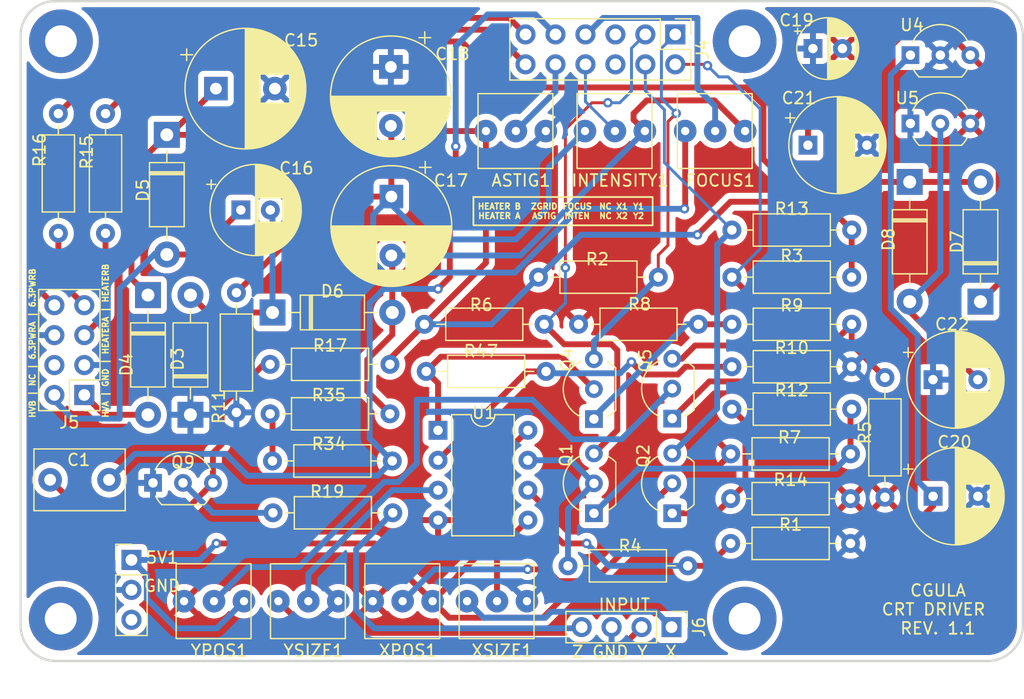
<source format=kicad_pcb>
(kicad_pcb (version 20211014) (generator pcbnew)
  (layers (0 "F.Cu" signal) (31 "B.Cu" signal) (34 "B.Paste" user) (35 "F.Paste" user) (36 "B.SilkS" user "B.Silkscreen") (37 "F.SilkS" user "F.Silkscreen") (38 "B.Mask" user) (39 "F.Mask" user) (44 "Edge.Cuts" user))
  (net 0 "")
  (net 1 "6.3V OPAMP A")
  (net 2 "+HV")
  (net 3 "Net-(C16-Pad2)")
  (net 4 "Net-(C1-Pad1)")
  (net 5 "-HV")
  (net 6 "-5V")
  (net 7 "+5V")
  (net 8 "Net-(C17-Pad1)")
  (net 9 "Net-(C21-Pad1)")
  (net 10 "Net-(Q1-Pad1)")
  (net 11 "Net-(Q1-Pad2)")
  (net 12 "Net-(Q2-Pad1)")
  (net 13 "Net-(Q2-Pad2)")
  (net 14 "Net-(Q4-Pad1)")
  (net 15 "Net-(Q4-Pad2)")
  (net 16 "Net-(Q5-Pad1)")
  (net 17 "Net-(Q5-Pad2)")
  (net 18 "Net-(Q9-Pad2)")
  (net 19 "Net-(R1-Pad2)")
  (net 20 "Net-(R10-Pad2)")
  (net 21 "Net-(R34-Pad1)")
  (net 22 "Z GRID")
  (net 23 "Y1")
  (net 24 "Y2")
  (net 25 "FOCUS")
  (net 26 "INTENSITY")
  (net 27 "X1")
  (net 28 "X2")
  (net 29 "ASTIG")
  (net 32 "Net-(C22-Pad2)")
  (net 33 "HV B")
  (net 34 "HV A")
  (net 36 "X IN")
  (net 37 "Y IN")
  (net 38 "Z IN")
  (net 39 "Net-(U1-Pad3)")
  (net 40 "Net-(U1-Pad5)")
  (net 41 "HEATER A")
  (net 42 "HEATER B")
  (net 44 "6.3V OPAMP B")
  (net 45 "6.3V HEATER A")
  (net 46 "6.3V HEATER B")
  (footprint "footprints:Trimmer" (layer "F.Cu") (at 148.54 120.5)
    (fp_text reference "XSIZE1")
    (fp_text value "X SIZE")
  )
  (footprint "footprints:Trimmer" (layer "F.Cu") (at 140.54 120.5)
    (fp_text reference "XPOS1")
    (fp_text value "X POS")
  )
  (footprint "Diode_THT:D_DO-41_SOD81_P10.16mm_Horizontal" (layer "F.Cu") (at 126.96 96)
    (fp_text reference "D6")
    (fp_text value "1N4007")
  )
  (footprint "Capacitor_THT:CP_Radial_D8.0mm_P3.80mm" (layer "F.Cu") (at 182.978792 101.7)
    (fp_text reference "C22")
    (fp_text value "470uF")
  )
  (footprint "Connector_PinHeader_2.54mm:PinHeader_2x06_P2.54mm_Vertical" (layer "F.Cu") (at 161.12 72.4 -90)
    (fp_text reference "J4")
    (fp_text value "CRT")
  )
  (footprint "Diode_THT:D_DO-41_SOD81_P10.16mm_Horizontal" (layer "F.Cu") (at 181 84.92 -90)
    (fp_text reference "D8")
    (fp_text value "1N4004")
  )
  (footprint "Capacitor_THT:CP_Radial_D5.0mm_P2.50mm" (layer "F.Cu") (at 172.794888 73.6)
    (fp_text reference "C19")
    (fp_text value "100uF")
  )
  (footprint "Capacitor_THT:CP_Radial_D8.0mm_P3.80mm" (layer "F.Cu") (at 182.986745 111.6)
    (fp_text reference "C20")
    (fp_text value "470uF")
  )
  (footprint "Resistor_THT:R_Axial_DIN0207_L6.3mm_D2.5mm_P10.16mm_Horizontal" (layer "F.Cu") (at 108.8 79.12 -90)
    (fp_text reference "R16")
    (fp_text value "0R")
  )
  (footprint "Resistor_THT:R_Axial_DIN0207_L6.3mm_D2.5mm_P10.16mm_Horizontal" (layer "F.Cu") (at 176.08 100.6 180)
    (fp_text reference "R10")
    (fp_text value "10K")
  )
  (footprint "Resistor_THT:R_Axial_DIN0207_L6.3mm_D2.5mm_P10.16mm_Horizontal" (layer "F.Cu") (at 175.98 111.8 180)
    (fp_text reference "R14")
    (fp_text value "4.7K")
  )
  (footprint "Resistor_THT:R_Axial_DIN0207_L6.3mm_D2.5mm_P10.16mm_Horizontal" (layer "F.Cu") (at 159.68 93 180)
    (fp_text reference "R2")
    (fp_text value "56K")
  )
  (footprint "Resistor_THT:R_Axial_DIN0207_L6.3mm_D2.5mm_P10.16mm_Horizontal" (layer "F.Cu") (at 176.08 104.2 180)
    (fp_text reference "R12")
    (fp_text value "1K")
  )
  (footprint "Resistor_THT:R_Axial_DIN0207_L6.3mm_D2.5mm_P10.16mm_Horizontal" (layer "F.Cu") (at 150 97 180)
    (fp_text reference "R6")
    (fp_text value "56K")
  )
  (footprint "Package_TO_SOT_THT:TO-92_Inline_Wide" (layer "F.Cu") (at 116.83 110.46)
    (fp_text reference "Q9")
    (fp_text value "ZTX458")
  )
  (footprint "MountingHole:MountingHole_2.7mm_Pad" (layer "F.Cu") (at 167 72.979)
    (fp_text reference "H2" hide)
    (fp_text value "MountingHole")
  )
  (footprint "Package_TO_SOT_THT:TO-92_Inline_Wide" (layer "F.Cu") (at 160.86 105 90)
    (fp_text reference "Q5")
    (fp_text value "ZTX458")
  )
  (footprint "Capacitor_THT:C_Disc_D7.5mm_W5.0mm_P5.00mm" (layer "F.Cu") (at 108.1 110.2)
    (fp_text reference "C1")
    (fp_text value "0.001uF")
  )
  (footprint "Package_TO_SOT_THT:TO-92_Inline_Wide" (layer "F.Cu") (at 160.86 113.04 90)
    (fp_text reference "Q2")
    (fp_text value "ZTX458")
  )
  (footprint "Package_TO_SOT_THT:TO-92_Inline_Wide" (layer "F.Cu") (at 154.22 113.04 90)
    (fp_text reference "Q1")
    (fp_text value "ZTX458")
  )
  (footprint "Resistor_THT:R_Axial_DIN0207_L6.3mm_D2.5mm_P10.16mm_Horizontal" (layer "F.Cu") (at 178.9 111.68 90)
    (fp_text reference "R5")
    (fp_text value "4.7K")
  )
  (footprint "footprints:Trimmer" (layer "F.Cu") (at 167.04 80.6)
    (fp_text reference "FOCUS1")
    (fp_text value "1M")
  )
  (footprint "Diode_THT:D_DO-41_SOD81_P10.16mm_Horizontal" (layer "F.Cu") (at 187 95.08 90)
    (fp_text reference "D7")
    (fp_text value "1N4004")
  )
  (footprint "Resistor_THT:R_Axial_DIN0207_L6.3mm_D2.5mm_P10.16mm_Horizontal" (layer "F.Cu") (at 175.98 115.6 180)
    (fp_text reference "R1")
    (fp_text value "10K")
  )
  (footprint "Resistor_THT:R_Axial_DIN0207_L6.3mm_D2.5mm_P10.16mm_Horizontal" (layer "F.Cu") (at 126.96 108.6)
    (fp_text reference "R34")
    (fp_text value "47K")
  )
  (footprint "footprints:Trimmer" (layer "F.Cu") (at 150.14 80.6)
    (fp_text reference "ASTIG1")
    (fp_text value "1M")
  )
  (footprint "MountingHole:MountingHole_2.7mm_Pad" (layer "F.Cu") (at 109 72.979)
    (fp_text reference "H1" hide)
    (fp_text value "MountingHole")
  )
  (footprint "Resistor_THT:R_Axial_DIN0207_L6.3mm_D2.5mm_P10.16mm_Horizontal" (layer "F.Cu") (at 165.92 97)
    (fp_text reference "R9")
    (fp_text value "1K")
  )
  (footprint "footprints:Trimmer" (layer "F.Cu") (at 158.54 80.6)
    (fp_text reference "INTENSITY1")
    (fp_text value "1M")
  )
  (footprint "Resistor_THT:R_Axial_DIN0207_L6.3mm_D2.5mm_P10.16mm_Horizontal" (layer "F.Cu") (at 123.9 94.32 -90)
    (fp_text reference "R11")
    (fp_text value "470K")
  )
  (footprint "Package_TO_SOT_THT:TO-92_Inline_Wide" (layer "F.Cu") (at 181.06 74.16)
    (fp_text reference "U4")
    (fp_text value "L78L05_TO92")
  )
  (footprint "Capacitor_THT:CP_Radial_D10.0mm_P5.00mm" (layer "F.Cu") (at 137 75.155553 -90)
    (fp_text reference "C18")
    (fp_text value "2.2uF 450V")
  )
  (footprint "Connector_PinHeader_2.54mm:PinHeader_1x03_P2.54mm_Vertical" (layer "F.Cu") (at 115 117)
    (fp_text reference "5V1")
    (fp_text value "Conn_01x03_Male")
  )
  (footprint "Resistor_THT:R_Axial_DIN0207_L6.3mm_D2.5mm_P10.16mm_Horizontal" (layer "F.Cu") (at 140 101)
    (fp_text reference "R47")
    (fp_text value "47K")
  )
  (footprint "Package_DIP:DIP-8_W7.62mm" (layer "F.Cu") (at 141 106)
    (fp_text reference "U1")
    (fp_text value "TL082")
  )
  (footprint "Capacitor_THT:CP_Radial_D7.5mm_P2.50mm" (layer "F.Cu") (at 124.278606 87.3)
    (fp_text reference "C16")
    (fp_text value "1uF 450V")
  )
  (footprint "MountingHole:MountingHole_2.7mm_Pad" (layer "F.Cu") (at 167 121.979)
    (fp_text reference "H4" hide)
    (fp_text value "MountingHole")
  )
  (footprint "Diode_THT:D_DO-41_SOD81_P10.16mm_Horizontal" (layer "F.Cu") (at 118 80.92 -90)
    (fp_text reference "D5")
    (fp_text value "1N4007")
  )
  (footprint "Connector_PinHeader_2.54mm:PinHeader_1x04_P2.54mm_Vertical" (layer "F.Cu") (at 160.8 122.7 -90)
    (fp_text reference "J6")
    (fp_text value "XYZ SIGNAL IN")
  )
  (footprint "Resistor_THT:R_Axial_DIN0207_L6.3mm_D2.5mm_P10.16mm_Horizontal" (layer "F.Cu") (at 165.92 89)
    (fp_text reference "R13")
    (fp_text value "56K")
  )
  (footprint "Package_TO_SOT_THT:TO-92_Inline_Wide" (layer "F.Cu") (at 154.22 105.04 90)
    (fp_text reference "Q4")
    (fp_text value "ZTX458")
  )
  (footprint "Resistor_THT:R_Axial_DIN0207_L6.3mm_D2.5mm_P10.16mm_Horizontal" (layer "F.Cu") (at 152.02 117.5)
    (fp_text reference "R4")
    (fp_text value "47K")
  )
  (footprint "Capacitor_THT:CP_Radial_D10.0mm_P5.00mm" (layer "F.Cu") (at 122.161615 77)
    (fp_text reference "C15")
    (fp_text value "10uF 450V")
  )
  (footprint "footprints:Trimmer" (layer "F.Cu") (at 124.54 120.5)
    (fp_text reference "YPOS1")
    (fp_text value "Y POS")
  )
  (footprint "Resistor_THT:R_Axial_DIN0207_L6.3mm_D2.5mm_P10.16mm_Horizontal" (layer "F.Cu") (at 152.92 97)
    (fp_text reference "R8")
    (fp_text value "4.7K")
  )
  (footprint "Diode_THT:D_DO-41_SOD81_P10.16mm_Horizontal" (layer "F.Cu") (at 116.4 94.52 -90)
    (fp_text reference "D3")
    (fp_text value "1N4007")
  )
  (footprint "Resistor_THT:R_Axial_DIN0207_L6.3mm_D2.5mm_P10.16mm_Horizontal" (layer "F.Cu") (at 165.92 93)
    (fp_text reference "R3")
    (fp_text value "56K")
  )
  (footprint "Resistor_THT:R_Axial_DIN0207_L6.3mm_D2.5mm_P10.16mm_Horizontal" (layer "F.Cu") (at 112.8 79.12 -90)
    (fp_text reference "R15")
    (fp_text value "0R")
  )
  (footprint "Resistor_THT:R_Axial_DIN0207_L6.3mm_D2.5mm_P10.16mm_Horizontal" (layer "F.Cu") (at 165.82 108)
    (fp_text reference "R7")
    (fp_text value "4.7K")
  )
  (footprint "Connector_PinHeader_2.54mm:PinHeader_2x04_P2.54mm_Vertical" (layer "F.Cu") (at 111 103 180)
    (fp_text reference "J5")
    (fp_text value "TRANSFORMER")
  )
  (footprint "Capacitor_THT:CP_Radial_D10.0mm_P5.00mm" (layer "F.Cu") (at 137.04 86.161615 -90)
    (fp_text reference "C17")
    (fp_text value "2.2uF 450V")
  )
  (footprint "footprints:Trimmer" (layer "F.Cu") (at 132.54 120.5)
    (fp_text reference "YSIZE1")
    (fp_text value "Y SIZE")
  )
  (footprint "MountingHole:MountingHole_2.7mm_Pad" (layer "F.Cu") (at 109 121.979)
    (fp_text reference "H3" hide)
    (fp_text value "MountingHole")
  )
  (footprint "Package_TO_SOT_THT:TO-92_Inline_Wide" (layer "F.Cu") (at 181.06 79.96)
    (fp_text reference "U5")
    (fp_text value "L79L05_TO92")
  )
  (footprint "Diode_THT:D_DO-41_SOD81_P10.16mm_Horizontal" (layer "F.Cu") (at 120 104.68 90)
    (fp_text reference "D4")
    (fp_text value "1N4007")
  )
  (footprint "Resistor_THT:R_Axial_DIN0207_L6.3mm_D2.5mm_P10.16mm_Horizontal" (layer "F.Cu") (at 136.92 104.6 180)
    (fp_text reference "R35")
    (fp_text value "0R")
  )
  (footprint "Capacitor_THT:CP_Radial_D8.0mm_P5.00mm" (layer "F.Cu") (at 172.370839 81.8)
    (fp_text reference "C21")
    (fp_text value "1000uF")
  )
  (footprint "Resistor_THT:R_Axial_DIN0207_L6.3mm_D2.5mm_P10.16mm_Horizontal" (layer "F.Cu") (at 127 113)
    (fp_text reference "R19")
    (fp_text value "1K")
  )
  (footprint "Resistor_THT:R_Axial_DIN0207_L6.3mm_D2.5mm_P10.16mm_Horizontal" (layer "F.Cu") (at 126.76 100.4)
    (fp_text reference "R17")
    (fp_text value "1M")
  )
  (gr_rect (start 159.2 88.6) (end 144 86.2) (layer "F.SilkS") (width 0.15) (fill none))
  (gr_arc (start 190.6 122.55736) (mid 189.715076 124.693756) (end 187.57868 125.57868) (layer "Edge.Cuts") (width 0.2))
  (gr_line (start 187.57868 125.57868) (end 108.62132 125.57868) (layer "Edge.Cuts") (width 0.2))
  (gr_line (start 105.6 122.55736) (end 105.6 72.592) (layer "Edge.Cuts") (width 0.2))
  (gr_line (start 190.6 72.6) (end 190.6 122.55736) (layer "Edge.Cuts") (width 0.2))
  (gr_arc (start 105.6 72.592) (mid 106.387581 70.500611) (end 108.42332 69.57868) (layer "Edge.Cuts") (width 0.2))
  (gr_line (start 108.42332 69.57868) (end 187.67868 69.57868) (layer "Edge.Cuts") (width 0.2))
  (gr_arc (start 108.62132 125.57868) (mid 106.484924 124.693756) (end 105.6 122.55736) (layer "Edge.Cuts") (width 0.2))
  (gr_arc (start 187.67868 69.57868) (mid 189.765076 70.484315) (end 190.6 72.6) (layer "Edge.Cuts") (width 0.2))
  (gr_text "FOCUS\nINTEN" (at 152.8 87.4) (layer "F.SilkS") (effects (font (size 0.5 0.5) (thickness 0.125))))
  (gr_text "NC\nNC" (at 155.2 87.4) (layer "F.SilkS") (effects (font (size 0.5 0.5) (thickness 0.125))))
  (gr_text "ZGRID\nASTIG" (at 150 87.4) (layer "F.SilkS") (effects (font (size 0.5 0.5) (thickness 0.125))))
  (gr_text "GND" (at 117.6 119.2) (layer "F.SilkS") (effects (font (size 1 1))))
  (gr_text "INPUT" (at 156.8 120.8) (layer "F.SilkS") (effects (font (size 1 1))))
  (gr_text "HEATER B\nHEATER A" (at 146.2 87.4) (layer "F.SilkS") (effects (font (size 0.5 0.5) (thickness 0.125))))
  (gr_text "HVA | GND | HEATERA | HEATERB" (at 112.8 98.4 90) (layer "F.SilkS") (effects (font (size 0.5 0.5) (thickness 0.125))))
  (gr_text "X1\nX2" (at 156.6 87.4) (layer "F.SilkS") (effects (font (size 0.5 0.5) (thickness 0.125))))
  (gr_text "Y1\nY2" (at 158 87.4) (layer "F.SilkS") (effects (font (size 0.5 0.5) (thickness 0.125))))
  (gr_text "Z GND Y  X" (at 156.8 124.8) (layer "F.SilkS") (effects (font (size 1 1))))
  (gr_text "CGULA\nCRT DRIVER \nREV. 1.1" (at 183.4 121.2) (layer "F.SilkS") (effects (font (size 1 1))))
  (gr_text "HVB | NC | 6.3PWRA | 6.3PWRB" (at 106.6 98.6 90) (layer "F.SilkS") (effects (font (size 0.5 0.5) (thickness 0.125))))
  (segment (start 136.92 99.92) (end 139.84 97) (width 0.5) (layer "F.Cu") (net 2))
  (segment (start 139 78) (end 141.6 80.6) (width 0.5) (layer "F.Cu") (net 2))
  (segment (start 139.84 97) (end 143.84 93) (width 0.5) (layer "F.Cu") (net 2))
  (segment (start 165.8 86.6) (end 163 89.4) (width 0.5) (layer "F.Cu") (net 2))
  (segment (start 136 78) (end 139 78) (width 0.5) (layer "F.Cu") (net 2))
  (segment (start 136.92 100.4) (end 136.92 99.92) (width 0.5) (layer "F.Cu") (net 2))
  (segment (start 176.08 89) (end 173.68 86.6) (width 0.5) (layer "F.Cu") (net 2))
  (segment (start 118 80.92) (end 115 83.92) (width 0.5) (layer "F.Cu") (net 2))
  (segment (start 115 83.92) (end 115 93.12) (width 0.5) (layer "F.Cu") (net 2))
  (segment (start 115 93.12) (end 116.4 94.52) (width 0.5) (layer "F.Cu") (net 2))
  (segment (start 118.241615 80.92) (end 122.161615 77) (width 0.5) (layer "F.Cu") (net 2))
  (segment (start 118 80.92) (end 118.241615 80.92) (width 0.5) (layer "F.Cu") (net 2))
  (segment (start 133.08 80.92) (end 136 78) (width 0.5) (layer "F.Cu") (net 2))
  (segment (start 145.06 91.78) (end 145.06 80.6) (width 0.5) (layer "F.Cu") (net 2))
  (segment (start 118 80.92) (end 133.08 80.92) (width 0.5) (layer "F.Cu") (net 2))
  (segment (start 176.08 89) (end 176.08 93) (width 0.5) (layer "F.Cu") (net 2))
  (segment (start 143.84 93) (end 145.06 91.78) (width 0.5) (layer "F.Cu") (net 2))
  (segment (start 173.4 86.6) (end 165.8 86.6) (width 0.5) (layer "F.Cu") (net 2))
  (segment (start 173.68 86.6) (end 173.4 86.6) (width 0.5) (layer "F.Cu") (net 2))
  (segment (start 141.6 80.6) (end 145.06 80.6) (width 0.5) (layer "F.Cu") (net 2))
  (via (at 163 89.4) (size 0.8) (drill 0.4) (layers "F.Cu" "B.Cu") (net 2))
  (segment (start 149.52 93) (end 145.52 97) (width 0.5) (layer "B.Cu") (net 2))
  (segment (start 153.12 89.4) (end 149.52 93) (width 0.5) (layer "B.Cu") (net 2))
  (segment (start 145.52 97) (end 139.84 97) (width 0.5) (layer "B.Cu") (net 2))
  (segment (start 163 89.4) (end 153.12 89.4) (width 0.5) (layer "B.Cu") (net 2))
  (segment (start 121.48 96) (end 126.96 96) (width 0.5) (layer "F.Cu") (net 3))
  (segment (start 120 94.52) (end 121.48 96) (width 0.5) (layer "F.Cu") (net 3))
  (segment (start 126.96 87.481394) (end 126.778606 87.3) (width 0.5) (layer "B.Cu") (net 3))
  (segment (start 126.96 96) (end 126.96 87.481394) (width 0.5) (layer "B.Cu") (net 3))
  (segment (start 110.9 113) (end 119.37 113) (width 0.5) (layer "F.Cu") (net 4))
  (segment (start 122.65 107.18) (end 121.91 107.92) (width 0.5) (layer "F.Cu") (net 4))
  (segment (start 126.212233 100.4) (end 126.76 100.4) (width 0.5) (layer "F.Cu") (net 4))
  (segment (start 122.65 103.962233) (end 126.212233 100.4) (width 0.5) (layer "F.Cu") (net 4))
  (segment (start 121.91 107.92) (end 121.91 110.46) (width 0.5) (layer "F.Cu") (net 4))
  (segment (start 119.37 113) (end 121.91 110.46) (width 0.5) (layer "F.Cu") (net 4))
  (segment (start 122.65 107.18) (end 122.65 103.962233) (width 0.5) (layer "F.Cu") (net 4))
  (segment (start 108.1 110.2) (end 110.9 113) (width 0.5) (layer "F.Cu") (net 4))
  (segment (start 135 102.68) (end 135 100) (width 0.5) (layer "F.Cu") (net 5))
  (segment (start 164.44 78) (end 158.697918 78) (width 0.5) (layer "F.Cu") (net 5))
  (segment (start 137.12 91.241615) (end 137.04 91.161615) (width 0.5) (layer "F.Cu") (net 5))
  (segment (start 157.585001 79.645001) (end 158.54 80.6) (width 0.5) (layer "F.Cu") (net 5))
  (segment (start 136.92 104.6) (end 135 102.68) (width 0.5) (layer "F.Cu") (net 5))
  (segment (start 167.04 80.6) (end 164.44 78) (width 0.5) (layer "F.Cu") (net 5))
  (segment (start 157.585001 79.112917) (end 157.585001 79.645001) (width 0.5) (layer "F.Cu") (net 5))
  (segment (start 158.697918 78) (end 157.585001 79.112917) (width 0.5) (layer "F.Cu") (net 5))
  (segment (start 135 100) (end 137.12 97.88) (width 0.5) (layer "F.Cu") (net 5))
  (segment (start 137.12 97.88) (end 137.12 96) (width 0.5) (layer "F.Cu") (net 5))
  (segment (start 137.12 96) (end 137.12 91.241615) (width 0.5) (layer "F.Cu") (net 5))
  (segment (start 137.04 91.161615) (end 147.978385 91.161615) (width 0.5) (layer "B.Cu") (net 5))
  (segment (start 147.978385 91.161615) (end 158.54 80.6) (width 0.5) (layer "B.Cu") (net 5))
  (segment (start 178.78 111.8) (end 178.9 111.68) (width 0.5) (layer "F.Cu") (net 6))
  (segment (start 146.8 114.2) (end 146.8 107.82) (width 0.5) (layer "F.Cu") (net 7))
  (segment (start 140.54 120.5) (end 141.945 121.905) (width 0.5) (layer "F.Cu") (net 7))
  (segment (start 140.54 120.5) (end 142.64 118.4) (width 0.5) (layer "F.Cu") (net 7))
  (segment (start 139.135 119.095) (end 140.54 120.5) (width 0.5) (layer "F.Cu") (net 7))
  (segment (start 122.2 115.6) (end 135.6 115.6) (width 0.5) (layer "F.Cu") (net 7))
  (segment (start 142.64 118.4) (end 142.64 118.36) (width 0.5) (layer "F.Cu") (net 7))
  (segment (start 182.986745 112.413255) (end 182.986745 111.6) (width 0.5) (layer "F.Cu") (net 7))
  (segment (start 162.8 119.8) (end 164.6 118) (width 0.5) (layer "F.Cu") (net 7))
  (segment (start 146.8 107.82) (end 148.62 106) (width 0.5) (layer "F.Cu") (net 7))
  (segment (start 139.095 119.095) (end 139.135 119.095) (width 0.5) (layer "F.Cu") (net 7))
  (segment (start 141.945 121.905) (end 149.895 121.905) (width 0.5) (layer "F.Cu") (net 7))
  (segment (start 177.4 118) (end 182.986745 112.413255) (width 0.5) (layer "F.Cu") (net 7))
  (segment (start 135.6 115.6) (end 139.095 119.095) (width 0.5) (layer "F.Cu") (net 7))
  (segment (start 149.895 121.905) (end 152 119.8) (width 0.5) (layer "F.Cu") (net 7))
  (segment (start 152 119.8) (end 162.8 119.8) (width 0.5) (layer "F.Cu") (net 7))
  (segment (start 164.6 118) (end 177.4 118) (width 0.5) (layer "F.Cu") (net 7))
  (segment (start 142.64 118.36) (end 146.8 114.2) (width 0.5) (layer "F.Cu") (net 7))
  (via (at 122.2 115.6) (size 0.8) (drill 0.4) (layers "F.Cu" "B.Cu") (net 7))
  (segment (start 116.3 118.3) (end 115 117) (width 0.5) (layer "B.Cu") (net 7))
  (segment (start 124.54 120.5) (end 122.24 122.8) (width 0.5) (layer "B.Cu") (net 7))
  (segment (start 182.986745 111.6) (end 181.686745 110.3) (width 0.5) (layer "B.Cu") (net 7))
  (segment (start 179.4 75.82) (end 181.06 74.16) (width 0.5) (layer "B.Cu") (net 7))
  (segment (start 120.8 117) (end 122.2 115.6) (width 0.5) (layer "B.Cu") (net 7))
  (segment (start 181.686745 110.3) (end 181.686745 97.958777) (width 0.5) (layer "B.Cu") (net 7))
  (segment (start 179.4 95.672032) (end 179.4 75.82) (width 0.5) (layer "B.Cu") (net 7))
  (segment (start 116.3 120.3) (end 116.3 118.3) (width 0.5) (layer "B.Cu") (net 7))
  (segment (start 118.8 122.8) (end 116.3 120.3) (width 0.5) (layer "B.Cu") (net 7))
  (segment (start 122.24 122.8) (end 118.8 122.8) (width 0.5) (layer "B.Cu") (net 7))
  (segment (start 115 117) (end 120.8 117) (width 0.5) (layer "B.Cu") (net 7))
  (segment (start 181.686745 97.958777) (end 179.4 95.672032) (width 0.5) (layer "B.Cu") (net 7))
  (segment (start 137.04 86.161615) (end 137.04 80.195553) (width 0.5) (layer "F.Cu") (net 8))
  (segment (start 161.96 87.14) (end 161.9 87.2) (width 0.5) (layer "F.Cu") (net 8))
  (segment (start 137.04 80.195553) (end 137 80.155553) (width 0.5) (layer "F.Cu") (net 8))
  (segment (start 161.96 80.6) (end 161.96 87.14) (width 0.5) (layer "F.Cu") (net 8))
  (segment (start 132.058385 86.161615) (end 123.9 94.32) (width 0.5) (layer "F.Cu") (net 8))
  (segment (start 137.04 86.161615) (end 132.058385 86.161615) (width 0.5) (layer "F.Cu") (net 8))
  (via (at 161.9 87.2) (size 0.8) (drill 0.4) (layers "F.Cu" "B.Cu") (net 8))
  (segment (start 161.9 87.2) (end 152.92995 87.2) (width 0.5) (layer "B.Cu") (net 8))
  (segment (start 152.92995 87.2) (end 147.518335 92.611615) (width 0.5) (layer "B.Cu") (net 8))
  (segment (start 153.46 80.6) (end 150.4 83.66) (width 0.5) (layer "B.Cu") (net 8))
  (segment (start 136.411615 92.611615) (end 135.5 91.7) (width 0.5) (layer "B.Cu") (net 8))
  (segment (start 150.4 83.66) (end 150.4 87) (width 0.5) (layer "B.Cu") (net 8))
  (segment (start 137.04 86.84) (end 137.04 86.161615) (width 0.5) (layer "B.Cu") (net 8))
  (segment (start 147.6 89.8) (end 140 89.8) (width 0.5) (layer "B.Cu") (net 8))
  (segment (start 150.4 87) (end 147.6 89.8) (width 0.5) (layer "B.Cu") (net 8))
  (segment (start 140 89.8) (end 137.04 86.84) (width 0.5) (layer "B.Cu") (net 8))
  (segment (start 147.518335 92.611615) (end 136.411615 92.611615) (width 0.5) (layer "B.Cu") (net 8))
  (segment (start 135.5 91.7) (end 135.5 87.701615) (width 0.5) (layer "B.Cu") (net 8))
  (segment (start 135.5 87.701615) (end 137.04 86.161615) (width 0.5) (layer "B.Cu") (net 8))
  (segment (start 180.42 72.4) (end 184.38 72.4) (width 0.5) (layer "F.Cu") (net 9))
  (segment (start 188.55 76.57) (end 186.14 74.16) (width 0.5) (layer "F.Cu") (net 9))
  (segment (start 188.55 93.53) (end 188.55 76.57) (width 0.5) (layer "F.Cu") (net 9))
  (segment (start 184.38 72.4) (end 186.14 74.16) (width 0.5) (layer "F.Cu") (net 9))
  (segment (start 172.370839 81.8) (end 172.370839 80.449161) (width 0.5) (layer "F.Cu") (net 9))
  (segment (start 187 95.08) (end 188.55 93.53) (width 0.5) (layer "F.Cu") (net 9))
  (segment (start 172.370839 80.449161) (end 180.42 72.4) (width 0.5) (layer "F.Cu") (net 9))
  (segment (start 175.98 104.3) (end 176.08 104.2) (width 0.5) (layer "F.Cu") (net 10))
  (segment (start 175.98 108) (end 175.98 104.3) (width 0.5) (layer "F.Cu") (net 10))
  (segment (start 158.01 109.25) (end 174.73 109.25) (width 0.5) (layer "B.Cu") (net 10))
  (segment (start 174.73 109.25) (end 175.98 108) (width 0.5) (layer "B.Cu") (net 10))
  (segment (start 154.22 113.04) (end 158.01 109.25) (width 0.5) (layer "B.Cu") (net 10))
  (segment (start 152.02 112.7) (end 154.22 110.5) (width 0.5) (layer "B.Cu") (net 11))
  (segment (start 152.02 117.5) (end 152.02 112.7) (width 0.5) (layer "B.Cu") (net 11))
  (segment (start 148.62 108.54) (end 152.26 108.54) (width 0.5) (layer "B.Cu") (net 11))
  (segment (start 152.26 108.54) (end 154.22 110.5) (width 0.5) (layer "B.Cu") (net 11))
  (segment (start 167.07 110.55) (end 167.07 105.35) (width 0.5) (layer "F.Cu") (net 12))
  (segment (start 164.58 113.04) (end 165.82 111.8) (width 0.5) (layer "F.Cu") (net 12))
  (segment (start 160.86 113.04) (end 164.58 113.04) (width 0.5) (layer "F.Cu") (net 12))
  (segment (start 165.82 111.8) (end 167.07 110.55) (width 0.5) (layer "F.Cu") (net 12))
  (segment (start 167.07 105.35) (end 165.92 104.2) (width 0.5) (layer "F.Cu") (net 12))
  (segment (start 158.8 114.2) (end 158.8 112.56) (width 0.5) (layer "F.Cu") (net 13))
  (segment (start 154.2 118.8) (end 151.2 118.8) (width 0.5) (layer "F.Cu") (net 13))
  (segment (start 150.2 117.8) (end 148.6 117.8) (width 0.5) (layer "F.Cu") (net 13))
  (segment (start 158.8 112.56) (end 160.86 110.5) (width 0.5) (layer "F.Cu") (net 13))
  (segment (start 150.6 118.2) (end 150.2 117.8) (width 0.5) (layer "F.Cu") (net 13))
  (segment (start 151.2 118.8) (end 150.6 118.2) (width 0.5) (layer "F.Cu") (net 13))
  (segment (start 154.2 118.8) (end 158.8 114.2) (width 0.5) (layer "F.Cu") (net 13))
  (via (at 148.6 117.8) (size 0.8) (drill 0.4) (layers "F.Cu" "B.Cu") (net 13))
  (segment (start 140.7 117.8) (end 139.9 118.6) (width 0.5) (layer "B.Cu") (net 13))
  (segment (start 139.9 118.6) (end 138 120.5) (width 0.5) (layer "B.Cu") (net 13))
  (segment (start 148.6 117.8) (end 140.7 117.8) (width 0.5) (layer "B.Cu") (net 13))
  (segment (start 163.08 97) (end 165.92 97) (width 0.5) (layer "F.Cu") (net 14))
  (segment (start 162.082943 97) (end 163.08 97) (width 0.5) (layer "B.Cu") (net 14))
  (segment (start 154.22 104.862943) (end 162.082943 97) (width 0.5) (layer "B.Cu") (net 14))
  (segment (start 154.22 105.04) (end 154.22 104.862943) (width 0.5) (layer "B.Cu") (net 14))
  (segment (start 141 106) (end 141 102) (width 0.5) (layer "F.Cu") (net 15))
  (segment (start 141 102) (end 140 101) (width 0.5) (layer "F.Cu") (net 15))
  (segment (start 151.47 99.75) (end 141.25 99.75) (width 0.5) (layer "F.Cu") (net 15))
  (segment (start 141.25 99.75) (end 140 101) (width 0.5) (layer "F.Cu") (net 15))
  (segment (start 154.22 102.5) (end 151.47 99.75) (width 0.5) (layer "F.Cu") (net 15))
  (segment (start 171.23 101.85) (end 164.01 101.85) (width 0.5) (layer "F.Cu") (net 16))
  (segment (start 176.08 97) (end 176.08 98.7) (width 0.5) (layer "F.Cu") (net 16))
  (segment (start 176.08 97) (end 171.23 101.85) (width 0.5) (layer "F.Cu") (net 16))
  (segment (start 176.08 98.7) (end 178.9 101.52) (width 0.5) (layer "F.Cu") (net 16))
  (segment (start 164.01 101.85) (end 160.86 105) (width 0.5) (layer "F.Cu") (net 16))
  (segment (start 129.2 117.6) (end 124.9 117.6) (width 0.5) (layer "B.Cu") (net 17))
  (segment (start 149 103.4) (end 139.2 103.4) (width 0.5) (layer "B.Cu") (net 17))
  (segment (start 137.62 110.38) (end 136.42 110.38) (width 0.5) (layer "B.Cu") (net 17))
  (segment (start 139.2 108.8) (end 137.62 110.38) (width 0.5) (layer "B.Cu") (net 17))
  (segment (start 156.56 106.76) (end 152.36 106.76) (width 0.5) (layer "B.Cu") (net 17))
  (segment (start 160.86 102.46) (end 156.56 106.76) (width 0.5) (layer "B.Cu") (net 17))
  (segment (start 152.36 106.76) (end 149 103.4) (width 0.5) (layer "B.Cu") (net 17))
  (segment (start 139.2 103.4) (end 139.2 108.8) (width 0.5) (layer "B.Cu") (net 17))
  (segment (start 124.9 117.6) (end 122 120.5) (width 0.5) (layer "B.Cu") (net 17))
  (segment (start 136.42 110.38) (end 129.2 117.6) (width 0.5) (layer "B.Cu") (net 17))
  (segment (start 127 113) (end 121.91 113) (width 0.5) (layer "B.Cu") (net 18))
  (segment (start 121.91 113) (end 119.37 110.46) (width 0.5) (layer "B.Cu") (net 18))
  (segment (start 150.2 114.2) (end 151.6 115.6) (width 0.5) (layer "F.Cu") (net 19))
  (segment (start 150.2 112.66) (end 150.2 114.2) (width 0.5) (layer "F.Cu") (net 19))
  (segment (start 163.92 117.5) (end 165.82 115.6) (width 0.5) (layer "F.Cu") (net 19))
  (segment (start 162.18 117.5) (end 163.92 117.5) (width 0.5) (layer "F.Cu") (net 19))
  (segment (start 151.6 115.6) (end 153.6 115.6) (width 0.5) (layer "F.Cu") (net 19))
  (segment (start 148.62 111.08) (end 150.2 112.66) (width 0.5) (layer "F.Cu") (net 19))
  (via (at 153.6 115.6) (size 0.8) (drill 0.4) (layers "F.Cu" "B.Cu") (net 19))
  (segment (start 162.18 117.5) (end 155.5 117.5) (width 0.5) (layer "B.Cu") (net 19))
  (segment (start 155.5 117.5) (end 153.6 115.6) (width 0.5) (layer "B.Cu") (net 19))
  (segment (start 150.16 101) (end 148.54 101) (width 0.5) (layer "F.Cu") (net 20))
  (segment (start 165.92 100.6) (end 162 100.6) (width 0.5) (layer "F.Cu") (net 20))
  (segment (start 158.46 101.26) (end 157.4 100.2) (width 0.5) (layer "F.Cu") (net 20))
  (segment (start 160.34 101.26) (end 158.46 101.26) (width 0.5) (layer "F.Cu") (net 20))
  (segment (start 161.34 101.26) (end 160.34 101.26) (width 0.5) (layer "F.Cu") (net 20))
  (segment (start 148.54 101) (end 141 108.54) (width 0.5) (layer "F.Cu") (net 20))
  (segment (start 162 100.6) (end 161.34 101.26) (width 0.5) (layer "F.Cu") (net 20))
  (via (at 157.4 100.2) (size 0.8) (drill 0.4) (layers "F.Cu" "B.Cu") (net 20))
  (segment (start 150.32 101.16) (end 150.16 101) (width 0.5) (layer "B.Cu") (net 20))
  (segment (start 157.4 100.2) (end 156.44 101.16) (width 0.5) (layer "B.Cu") (net 20))
  (segment (start 156.44 101.16) (end 150.32 101.16) (width 0.5) (layer "B.Cu") (net 20))
  (segment (start 126.96 104.8) (end 126.76 104.6) (width 0.5) (layer "F.Cu") (net 21))
  (segment (start 126.96 108.6) (end 126.96 104.8) (width 0.5) (layer "F.Cu") (net 21))
  (segment (start 142 88.4) (end 142.5 87.9) (width 0.5) (layer "F.Cu") (net 22))
  (segment (start 142.5 87.9) (end 142.5 81.9) (width 0.5) (layer "F.Cu") (net 22))
  (segment (start 142 93) (end 142 88.4) (width 0.5) (layer "F.Cu") (net 22))
  (segment (start 141 94) (end 142 93) (width 0.5) (layer "F.Cu") (net 22))
  (via (at 141 94) (size 0.8) (drill 0.4) (layers "F.Cu" "B.Cu") (net 22))
  (via (at 142.5 81.9) (size 0.8) (drill 0.4) (layers "F.Cu" "B.Cu") (net 22))
  (segment (start 115.3 108) (end 123 108) (width 0.5) (layer "B.Cu") (net 22))
  (segment (start 124.85 109.85) (end 123.6 108.6) (width 0.5) (layer "B.Cu") (net 22))
  (segment (start 137.12 108.6) (end 135.87 109.85) (width 0.5) (layer "B.Cu") (net 22))
  (segment (start 123 108) (end 123.6 108.6) (width 0.5) (layer "B.Cu") (net 22))
  (segment (start 145.2 70.7) (end 149.26 70.7) (width 0.5) (layer "B.Cu") (net 22))
  (segment (start 135.2 106.68) (end 135.2 95.2) (width 0.5) (layer "B.Cu") (net 22))
  (segment (start 142.5 73.4) (end 145.2 70.7) (width 0.5) (layer "B.Cu") (net 22))
  (segment (start 137.12 108.6) (end 135.2 106.68) (width 0.5) (layer "B.Cu") (net 22))
  (segment (start 149.26 70.7) (end 150.96 72.4) (width 0.5) (layer "B.Cu") (net 22))
  (segment (start 136.4 94) (end 141 94) (width 0.5) (layer "B.Cu") (net 22))
  (segment (start 135.87 109.85) (end 124.85 109.85) (width 0.5) (layer "B.Cu") (net 22))
  (segment (start 113.1 110.2) (end 115.3 108) (width 0.5) (layer "B.Cu") (net 22))
  (segment (start 135.2 95.2) (end 136.4 94) (width 0.5) (layer "B.Cu") (net 22))
  (segment (start 142.5 81.9) (end 142.5 73.4) (width 0.5) (layer "B.Cu") (net 22))
  (segment (start 159.68 91.12) (end 159.68 93) (width 0.25) (layer "F.Cu") (net 23))
  (segment (start 160.5 79.8) (end 161.2 79.1) (width 0.25) (layer "F.Cu") (net 23))
  (segment (start 160.5 90.3) (end 160.5 79.8) (width 0.25) (layer "F.Cu") (net 23))
  (segment (start 160.5 90.3) (end 159.68 91.12) (width 0.25) (layer "F.Cu") (net 23))
  (via (at 161.2 79.1) (size 0.8) (drill 0.4) (layers "F.Cu" "B.Cu") (net 23))
  (segment (start 154.22 99.96) (end 154.22 98.46) (width 0.5) (layer "B.Cu") (net 23))
  (segment (start 159.945 77.845) (end 159.945 73.575) (width 0.25) (layer "B.Cu") (net 23))
  (segment (start 161.2 79.1) (end 159.945 77.845) (width 0.25) (layer "B.Cu") (net 23))
  (segment (start 159.945 73.575) (end 161.12 72.4) (width 0.25) (layer "B.Cu") (net 23))
  (segment (start 154.22 98.46) (end 159.68 93) (width 0.5) (layer "B.Cu") (net 23))
  (segment (start 167.8 97.4) (end 167.8 94.88) (width 0.5) (layer "F.Cu") (net 24))
  (segment (start 166.4 98.8) (end 167.8 97.4) (width 0.5) (layer "F.Cu") (net 24))
  (segment (start 161.68 99.92) (end 162.8 98.8) (width 0.5) (layer "F.Cu") (net 24))
  (segment (start 167.8 94.88) (end 165.92 93) (width 0.5) (layer "F.Cu") (net 24))
  (segment (start 163.74 74.94) (end 163.85 75.05) (width 0.25) (layer "F.Cu") (net 24))
  (segment (start 162.8 98.8) (end 166.4 98.8) (width 0.5) (layer "F.Cu") (net 24))
  (segment (start 161.12 74.94) (end 163.74 74.94) (width 0.25) (layer "F.Cu") (net 24))
  (segment (start 160.86 99.92) (end 161.68 99.92) (width 0.5) (layer "F.Cu") (net 24))
  (via (at 163.85 75.05) (size 0.8) (drill 0.4) (layers "F.Cu" "B.Cu") (net 24))
  (segment (start 164.8 76) (end 165.6 76) (width 0.25) (layer "B.Cu") (net 24))
  (segment (start 168.32 90.6) (end 165.92 93) (width 0.25) (layer "B.Cu") (net 24))
  (segment (start 163.85 75.05) (end 163.8 75) (width 0.25) (layer "B.Cu") (net 24))
  (segment (start 168.32 78.72) (end 168.32 90.6) (width 0.25) (layer "B.Cu") (net 24))
  (segment (start 165.6 76) (end 168.32 78.72) (width 0.25) (layer "B.Cu") (net 24))
  (segment (start 163.85 75.05) (end 164.8 76) (width 0.25) (layer "B.Cu") (net 24))
  (segment (start 153.6 72.4) (end 155 71) (width 0.5) (layer "B.Cu") (net 25))
  (segment (start 155 71) (end 163 71) (width 0.5) (layer "B.Cu") (net 25))
  (segment (start 164.5 78.5) (end 164.5 80.6) (width 0.5) (layer "B.Cu") (net 25))
  (segment (start 163 71) (end 163 77) (width 0.5) (layer "B.Cu") (net 25))
  (segment (start 163 77) (end 164.5 78.5) (width 0.5) (layer "B.Cu") (net 25))
  (segment (start 153.5 72.4) (end 153.6 72.4) (width 0.5) (layer "B.Cu") (net 25))
  (segment (start 153.5 74.94) (end 153.5 78.1) (width 0.25) (layer "B.Cu") (net 26))
  (segment (start 153.5 78.1) (end 156 80.6) (width 0.25) (layer "B.Cu") (net 26))
  (segment (start 151.8 92.2) (end 151.8 92.4) (width 0.25) (layer "F.Cu") (net 27))
  (segment (start 154.049806 78.2) (end 155.4 78.2) (width 0.25) (layer "F.Cu") (net 27))
  (segment (start 151.8 80.449806) (end 151.8 92.2) (width 0.25) (layer "F.Cu") (net 27))
  (segment (start 156.2 99.2) (end 155.7 98.7) (width 0.5) (layer "F.Cu") (net 27))
  (segment (start 151.8 80.449806) (end 154.049806 78.2) (width 0.25) (layer "F.Cu") (net 27))
  (segment (start 154.22 107.96) (end 156.2 105.98) (width 0.5) (layer "F.Cu") (net 27))
  (segment (start 155.7 98.7) (end 151.7 98.7) (width 0.5) (layer "F.Cu") (net 27))
  (segment (start 151.7 98.7) (end 150 97) (width 0.5) (layer "F.Cu") (net 27))
  (segment (start 156.2 105.98) (end 156.2 99.2) (width 0.5) (layer "F.Cu") (net 27))
  (via (at 151.8 92.2) (size 0.8) (drill 0.4) (layers "F.Cu" "B.Cu") (net 27))
  (via (at 155.4 78.2) (size 0.8) (drill 0.4) (layers "F.Cu" "B.Cu") (net 27))
  (segment (start 156.41 78.2) (end 155.4 78.2) (width 0.25) (layer "B.Cu") (net 27))
  (segment (start 157.405 73.575) (end 158.58 72.4) (width 0.25) (layer "B.Cu") (net 27))
  (segment (start 150 97) (end 151.8 95.2) (width 0.25) (layer "B.Cu") (net 27))
  (segment (start 157.405 77.205) (end 156.41 78.2) (width 0.25) (layer "B.Cu") (net 27))
  (segment (start 157.405 77.205) (end 157.405 73.575) (width 0.25) (layer "B.Cu") (net 27))
  (segment (start 151.8 95.2) (end 151.8 92.2) (width 0.25) (layer "B.Cu") (net 27))
  (segment (start 160.86 107.96) (end 164.67 104.15) (width 0.5) (layer "B.Cu") (net 28))
  (segment (start 158.58 77.18) (end 158.58 74.94) (width 0.25) (layer "B.Cu") (net 28))
  (segment (start 160.2 83.28) (end 160.2 78.8) (width 0.25) (layer "B.Cu") (net 28))
  (segment (start 160.2 78.8) (end 158.58 77.18) (width 0.25) (layer "B.Cu") (net 28))
  (segment (start 164.67 90.25) (end 165.92 89) (width 0.5) (layer "B.Cu") (net 28))
  (segment (start 164.67 104.15) (end 164.67 90.25) (width 0.5) (layer "B.Cu") (net 28))
  (segment (start 165.92 89) (end 160.2 83.28) (width 0.25) (layer "B.Cu") (net 28))
  (segment (start 150.96 77.24) (end 147.6 80.6) (width 0.5) (layer "B.Cu") (net 29))
  (segment (start 150.96 74.94) (end 150.96 77.24) (width 0.5) (layer "B.Cu") (net 29))
  (segment (start 186.778792 101.7) (end 181 95.921208) (width 0.5) (layer "F.Cu") (net 32))
  (segment (start 181 95.921208) (end 181 95.08) (width 0.5) (layer "F.Cu") (net 32))
  (segment (start 181 95.08) (end 183.6 92.48) (width 0.5) (layer "B.Cu") (net 32))
  (segment (start 183.6 92.48) (end 183.6 79.96) (width 0.5) (layer "B.Cu") (net 32))
  (segment (start 118 91.08) (end 120.498606 91.08) (width 0.5) (layer "F.Cu") (net 33))
  (segment (start 120.498606 91.08) (end 124.278606 87.3) (width 0.5) (layer "F.Cu") (net 33))
  (segment (start 114 105) (end 110 105) (width 0.5) (layer "B.Cu") (net 33))
  (segment (start 117 91) (end 114 94) (width 0.5) (layer "B.Cu") (net 33))
  (segment (start 110 105) (end 108.46 103.46) (width 0.5) (layer "B.Cu") (net 33))
  (segment (start 114 94) (end 114 105) (width 0.5) (layer "B.Cu") (net 33))
  (segment (start 118 91.08) (end 117.92 91) (width 0.5) (layer "B.Cu") (net 33))
  (segment (start 117.92 91) (end 117 91) (width 0.5) (layer "B.Cu") (net 33))
  (segment (start 108.46 103.46) (end 108.46 103) (width 0.5) (layer "B.Cu") (net 33))
  (segment (start 112.68 104.68) (end 111 103) (width 0.5) (layer "F.Cu") (net 34))
  (segment (start 116.4 104.68) (end 112.68 104.68) (width 0.5) (layer "F.Cu") (net 34))
  (segment (start 144.865 121.905) (end 143.46 120.5) (width 0.5) (layer "B.Cu") (net 36))
  (segment (start 160.8 122.7) (end 159.5 121.4) (width 0.5) (layer "B.Cu") (net 36))
  (segment (start 150.095 121.905) (end 144.865 121.905) (width 0.5) (layer "B.Cu") (net 36))
  (segment (start 150.6 121.4) (end 150.095 121.905) (width 0.5) (layer "B.Cu") (net 36))
  (segment (start 159.5 121.4) (end 150.6 121.4) (width 0.5) (layer "B.Cu") (net 36))
  (segment (start 131.16 124.2) (end 127.46 120.5) (width 0.5) (layer "F.Cu") (net 37))
  (segment (start 158.26 122.7) (end 156.76 124.2) (width 0.5) (layer "F.Cu") (net 37))
  (segment (start 156.76 124.2) (end 131.16 124.2) (width 0.5) (layer "F.Cu") (net 37))
  (segment (start 134.055 121.255) (end 135.6 122.8) (width 0.5) (layer "B.Cu") (net 38))
  (segment (start 153.08 122.8) (end 153.18 122.7) (width 0.5) (layer "B.Cu") (net 38))
  (segment (start 134.055 116.105) (end 134.055 121.255) (width 0.5) (layer "B.Cu") (net 38))
  (segment (start 137.16 113) (end 134.055 116.105) (width 0.5) (layer "B.Cu") (net 38))
  (segment (start 135.6 122.8) (end 153.08 122.8) (width 0.5) (layer "B.Cu") (net 38))
  (segment (start 141 111.08) (end 137.12 111.08) (width 0.5) (layer "B.Cu") (net 39))
  (segment (start 137.12 111.08) (end 130 118.2) (width 0.5) (layer "B.Cu") (net 39))
  (segment (start 130 118.2) (end 130 120.5) (width 0.5) (layer "B.Cu") (net 39))
  (segment (start 146 116.24) (end 148.62 113.62) (width 0.5) (layer "F.Cu") (net 40))
  (segment (start 146 120.5) (end 146 116.24) (width 0.5) (layer "F.Cu") (net 40))
  (segment (start 119.92 72) (end 112.8 79.12) (width 0.5) (layer "F.Cu") (net 41))
  (segment (start 148.42 74.94) (end 145.48 72) (width 0.5) (layer "F.Cu") (net 41))
  (segment (start 145.48 72) (end 119.92 72) (width 0.5) (layer "F.Cu") (net 41))
  (segment (start 117 71) (end 113 75) (width 0.5) (layer "F.Cu") (net 42))
  (segment (start 112.92 75) (end 108.8 79.12) (width 0.5) (layer "F.Cu") (net 42))
  (segment (start 147.02 71) (end 117 71) (width 0.5) (layer "F.Cu") (net 42))
  (segment (start 148.42 72.4) (end 147.02 71) (width 0.5) (layer "F.Cu") (net 42))
  (segment (start 113 75) (end 112.92 75) (width 0.5) (layer "F.Cu") (net 42))
  (segment (start 107 88) (end 122 73) (width 0.5) (layer "F.Cu") (net 44))
  (segment (start 177.8 85.6) (end 171.2 85.6) (width 0.5) (layer "F.Cu") (net 44))
  (segment (start 168.6 78.4) (end 167.1 76.9) (width 0.5) (layer "F.Cu") (net 44))
  (segment (start 143 73) (end 146.9 76.9) (width 0.5) (layer "F.Cu") (net 44))
  (segment (start 168.6 83) (end 168.6 78.4) (width 0.5) (layer "F.Cu") (net 44))
  (segment (start 146.9 76.9) (end 166.3 76.9) (width 0.5) (layer "F.Cu") (net 44))
  (segment (start 171.2 85.6) (end 168.6 83) (width 0.5) (layer "F.Cu") (net 44))
  (segment (start 107 93.92) (end 107 88) (width 0.5) (layer "F.Cu") (net 44))
  (segment (start 181 84.92) (end 178.48 84.92) (width 0.5) (layer "F.Cu") (net 44))
  (segment (start 178.48 84.92) (end 177.8 85.6) (width 0.5) (layer "F.Cu") (net 44))
  (segment (start 108.46 95.38) (end 107 93.92) (width 0.5) (layer "F.Cu") (net 44))
  (segment (start 167.1 76.9) (end 166.3 76.9) (width 0.5) (layer "F.Cu") (net 44))
  (segment (start 187 84.92) (end 181 84.92) (width 0.5) (layer "F.Cu") (net 44))
  (segment (start 122 73) (end 143 73) (width 0.5) (layer "F.Cu") (net 44))
  (segment (start 112.8 96.12) (end 112.8 89.28) (width 0.5) (layer "F.Cu") (net 45))
  (segment (start 111 97.92) (end 112.8 96.12) (width 0.5) (layer "F.Cu") (net 45))
  (segment (start 108.8 93.18) (end 111 95.38) (width 0.5) (layer "F.Cu") (net 46))
  (segment (start 108.8 89.28) (end 108.8 93.18) (width 0.5) (layer "F.Cu") (net 46))
  (zone (net 6) (net_name "-5V") (layer "F.Cu") (connect_pads (clearance 0.508)) (min_thickness 0.254) (fill yes (thermal_gap 0.508) (thermal_bridge_width 0.508) (smoothing chamfer))
    (polygon (pts (xy 190.2 125.2) (xy 105.8 125.2) (xy 105.8 69.8) (xy 190.2 69.8)))
  )
  (zone (net 1) (net_name "6.3V OPAMP A") (layer "B.Cu") (connect_pads (clearance 0.508)) (min_thickness 0.254) (fill yes (thermal_gap 0.508) (thermal_bridge_width 0.508) (smoothing chamfer))
    (polygon (pts (xy 190.2 125.2) (xy 106 125.2) (xy 106 70) (xy 190.2 70)))
  )
)
</source>
